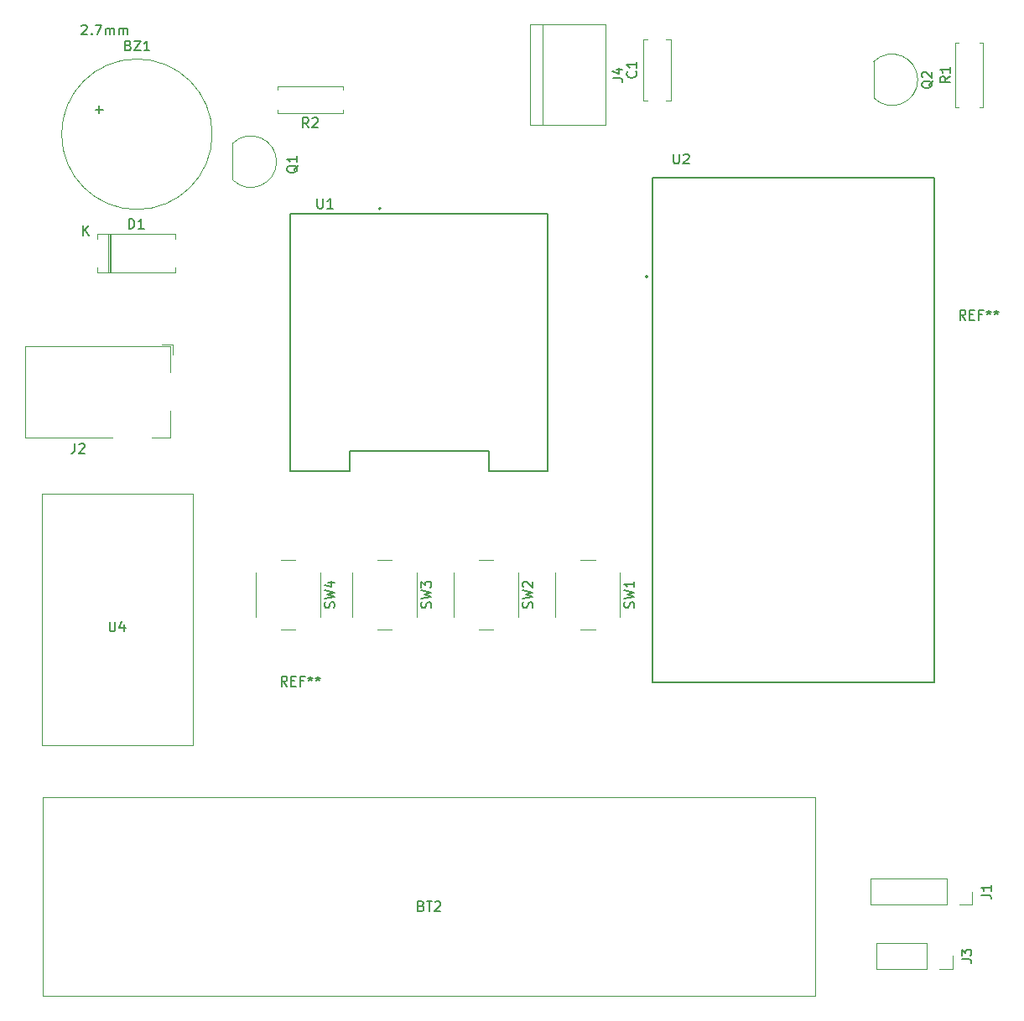
<source format=gbr>
%TF.GenerationSoftware,KiCad,Pcbnew,8.0.4*%
%TF.CreationDate,2024-09-09T12:33:27-05:00*%
%TF.ProjectId,Sistema de riego,53697374-656d-4612-9064-652072696567,rev?*%
%TF.SameCoordinates,Original*%
%TF.FileFunction,Legend,Top*%
%TF.FilePolarity,Positive*%
%FSLAX46Y46*%
G04 Gerber Fmt 4.6, Leading zero omitted, Abs format (unit mm)*
G04 Created by KiCad (PCBNEW 8.0.4) date 2024-09-09 12:33:27*
%MOMM*%
%LPD*%
G01*
G04 APERTURE LIST*
%ADD10C,0.150000*%
%ADD11C,0.120000*%
%ADD12C,0.127000*%
%ADD13C,0.200000*%
G04 APERTURE END LIST*
D10*
X41129047Y-90041009D02*
X41271904Y-90088628D01*
X41271904Y-90088628D02*
X41319523Y-90136247D01*
X41319523Y-90136247D02*
X41367142Y-90231485D01*
X41367142Y-90231485D02*
X41367142Y-90374342D01*
X41367142Y-90374342D02*
X41319523Y-90469580D01*
X41319523Y-90469580D02*
X41271904Y-90517200D01*
X41271904Y-90517200D02*
X41176666Y-90564819D01*
X41176666Y-90564819D02*
X40795714Y-90564819D01*
X40795714Y-90564819D02*
X40795714Y-89564819D01*
X40795714Y-89564819D02*
X41129047Y-89564819D01*
X41129047Y-89564819D02*
X41224285Y-89612438D01*
X41224285Y-89612438D02*
X41271904Y-89660057D01*
X41271904Y-89660057D02*
X41319523Y-89755295D01*
X41319523Y-89755295D02*
X41319523Y-89850533D01*
X41319523Y-89850533D02*
X41271904Y-89945771D01*
X41271904Y-89945771D02*
X41224285Y-89993390D01*
X41224285Y-89993390D02*
X41129047Y-90041009D01*
X41129047Y-90041009D02*
X40795714Y-90041009D01*
X41700476Y-89564819D02*
X42367142Y-89564819D01*
X42367142Y-89564819D02*
X41700476Y-90564819D01*
X41700476Y-90564819D02*
X42367142Y-90564819D01*
X43271904Y-90564819D02*
X42700476Y-90564819D01*
X42986190Y-90564819D02*
X42986190Y-89564819D01*
X42986190Y-89564819D02*
X42890952Y-89707676D01*
X42890952Y-89707676D02*
X42795714Y-89802914D01*
X42795714Y-89802914D02*
X42700476Y-89850533D01*
X37809048Y-96533866D02*
X38570953Y-96533866D01*
X38190000Y-96914819D02*
X38190000Y-96152914D01*
X61907200Y-146833332D02*
X61954819Y-146690475D01*
X61954819Y-146690475D02*
X61954819Y-146452380D01*
X61954819Y-146452380D02*
X61907200Y-146357142D01*
X61907200Y-146357142D02*
X61859580Y-146309523D01*
X61859580Y-146309523D02*
X61764342Y-146261904D01*
X61764342Y-146261904D02*
X61669104Y-146261904D01*
X61669104Y-146261904D02*
X61573866Y-146309523D01*
X61573866Y-146309523D02*
X61526247Y-146357142D01*
X61526247Y-146357142D02*
X61478628Y-146452380D01*
X61478628Y-146452380D02*
X61431009Y-146642856D01*
X61431009Y-146642856D02*
X61383390Y-146738094D01*
X61383390Y-146738094D02*
X61335771Y-146785713D01*
X61335771Y-146785713D02*
X61240533Y-146833332D01*
X61240533Y-146833332D02*
X61145295Y-146833332D01*
X61145295Y-146833332D02*
X61050057Y-146785713D01*
X61050057Y-146785713D02*
X61002438Y-146738094D01*
X61002438Y-146738094D02*
X60954819Y-146642856D01*
X60954819Y-146642856D02*
X60954819Y-146404761D01*
X60954819Y-146404761D02*
X61002438Y-146261904D01*
X60954819Y-145928570D02*
X61954819Y-145690475D01*
X61954819Y-145690475D02*
X61240533Y-145499999D01*
X61240533Y-145499999D02*
X61954819Y-145309523D01*
X61954819Y-145309523D02*
X60954819Y-145071428D01*
X61288152Y-144261904D02*
X61954819Y-144261904D01*
X60907200Y-144499999D02*
X61621485Y-144738094D01*
X61621485Y-144738094D02*
X61621485Y-144119047D01*
X70714285Y-176931009D02*
X70857142Y-176978628D01*
X70857142Y-176978628D02*
X70904761Y-177026247D01*
X70904761Y-177026247D02*
X70952380Y-177121485D01*
X70952380Y-177121485D02*
X70952380Y-177264342D01*
X70952380Y-177264342D02*
X70904761Y-177359580D01*
X70904761Y-177359580D02*
X70857142Y-177407200D01*
X70857142Y-177407200D02*
X70761904Y-177454819D01*
X70761904Y-177454819D02*
X70380952Y-177454819D01*
X70380952Y-177454819D02*
X70380952Y-176454819D01*
X70380952Y-176454819D02*
X70714285Y-176454819D01*
X70714285Y-176454819D02*
X70809523Y-176502438D01*
X70809523Y-176502438D02*
X70857142Y-176550057D01*
X70857142Y-176550057D02*
X70904761Y-176645295D01*
X70904761Y-176645295D02*
X70904761Y-176740533D01*
X70904761Y-176740533D02*
X70857142Y-176835771D01*
X70857142Y-176835771D02*
X70809523Y-176883390D01*
X70809523Y-176883390D02*
X70714285Y-176931009D01*
X70714285Y-176931009D02*
X70380952Y-176931009D01*
X71238095Y-176454819D02*
X71809523Y-176454819D01*
X71523809Y-177454819D02*
X71523809Y-176454819D01*
X72095238Y-176550057D02*
X72142857Y-176502438D01*
X72142857Y-176502438D02*
X72238095Y-176454819D01*
X72238095Y-176454819D02*
X72476190Y-176454819D01*
X72476190Y-176454819D02*
X72571428Y-176502438D01*
X72571428Y-176502438D02*
X72619047Y-176550057D01*
X72619047Y-176550057D02*
X72666666Y-176645295D01*
X72666666Y-176645295D02*
X72666666Y-176740533D01*
X72666666Y-176740533D02*
X72619047Y-176883390D01*
X72619047Y-176883390D02*
X72047619Y-177454819D01*
X72047619Y-177454819D02*
X72666666Y-177454819D01*
X58260057Y-102135238D02*
X58212438Y-102230476D01*
X58212438Y-102230476D02*
X58117200Y-102325714D01*
X58117200Y-102325714D02*
X57974342Y-102468571D01*
X57974342Y-102468571D02*
X57926723Y-102563809D01*
X57926723Y-102563809D02*
X57926723Y-102659047D01*
X58164819Y-102611428D02*
X58117200Y-102706666D01*
X58117200Y-102706666D02*
X58021961Y-102801904D01*
X58021961Y-102801904D02*
X57831485Y-102849523D01*
X57831485Y-102849523D02*
X57498152Y-102849523D01*
X57498152Y-102849523D02*
X57307676Y-102801904D01*
X57307676Y-102801904D02*
X57212438Y-102706666D01*
X57212438Y-102706666D02*
X57164819Y-102611428D01*
X57164819Y-102611428D02*
X57164819Y-102420952D01*
X57164819Y-102420952D02*
X57212438Y-102325714D01*
X57212438Y-102325714D02*
X57307676Y-102230476D01*
X57307676Y-102230476D02*
X57498152Y-102182857D01*
X57498152Y-102182857D02*
X57831485Y-102182857D01*
X57831485Y-102182857D02*
X58021961Y-102230476D01*
X58021961Y-102230476D02*
X58117200Y-102325714D01*
X58117200Y-102325714D02*
X58164819Y-102420952D01*
X58164819Y-102420952D02*
X58164819Y-102611428D01*
X58164819Y-101230476D02*
X58164819Y-101801904D01*
X58164819Y-101516190D02*
X57164819Y-101516190D01*
X57164819Y-101516190D02*
X57307676Y-101611428D01*
X57307676Y-101611428D02*
X57402914Y-101706666D01*
X57402914Y-101706666D02*
X57450533Y-101801904D01*
X90034819Y-93333333D02*
X90749104Y-93333333D01*
X90749104Y-93333333D02*
X90891961Y-93380952D01*
X90891961Y-93380952D02*
X90987200Y-93476190D01*
X90987200Y-93476190D02*
X91034819Y-93619047D01*
X91034819Y-93619047D02*
X91034819Y-93714285D01*
X90368152Y-92428571D02*
X91034819Y-92428571D01*
X89987200Y-92666666D02*
X90701485Y-92904761D01*
X90701485Y-92904761D02*
X90701485Y-92285714D01*
X127224819Y-175833333D02*
X127939104Y-175833333D01*
X127939104Y-175833333D02*
X128081961Y-175880952D01*
X128081961Y-175880952D02*
X128177200Y-175976190D01*
X128177200Y-175976190D02*
X128224819Y-176119047D01*
X128224819Y-176119047D02*
X128224819Y-176214285D01*
X128224819Y-174833333D02*
X128224819Y-175404761D01*
X128224819Y-175119047D02*
X127224819Y-175119047D01*
X127224819Y-175119047D02*
X127367676Y-175214285D01*
X127367676Y-175214285D02*
X127462914Y-175309523D01*
X127462914Y-175309523D02*
X127510533Y-175404761D01*
X35716666Y-130247319D02*
X35716666Y-130961604D01*
X35716666Y-130961604D02*
X35669047Y-131104461D01*
X35669047Y-131104461D02*
X35573809Y-131199700D01*
X35573809Y-131199700D02*
X35430952Y-131247319D01*
X35430952Y-131247319D02*
X35335714Y-131247319D01*
X36145238Y-130342557D02*
X36192857Y-130294938D01*
X36192857Y-130294938D02*
X36288095Y-130247319D01*
X36288095Y-130247319D02*
X36526190Y-130247319D01*
X36526190Y-130247319D02*
X36621428Y-130294938D01*
X36621428Y-130294938D02*
X36669047Y-130342557D01*
X36669047Y-130342557D02*
X36716666Y-130437795D01*
X36716666Y-130437795D02*
X36716666Y-130533033D01*
X36716666Y-130533033D02*
X36669047Y-130675890D01*
X36669047Y-130675890D02*
X36097619Y-131247319D01*
X36097619Y-131247319D02*
X36716666Y-131247319D01*
X124084819Y-93166666D02*
X123608628Y-93499999D01*
X124084819Y-93738094D02*
X123084819Y-93738094D01*
X123084819Y-93738094D02*
X123084819Y-93357142D01*
X123084819Y-93357142D02*
X123132438Y-93261904D01*
X123132438Y-93261904D02*
X123180057Y-93214285D01*
X123180057Y-93214285D02*
X123275295Y-93166666D01*
X123275295Y-93166666D02*
X123418152Y-93166666D01*
X123418152Y-93166666D02*
X123513390Y-93214285D01*
X123513390Y-93214285D02*
X123561009Y-93261904D01*
X123561009Y-93261904D02*
X123608628Y-93357142D01*
X123608628Y-93357142D02*
X123608628Y-93738094D01*
X124084819Y-92214285D02*
X124084819Y-92785713D01*
X124084819Y-92499999D02*
X123084819Y-92499999D01*
X123084819Y-92499999D02*
X123227676Y-92595237D01*
X123227676Y-92595237D02*
X123322914Y-92690475D01*
X123322914Y-92690475D02*
X123370533Y-92785713D01*
X39238095Y-148224819D02*
X39238095Y-149034342D01*
X39238095Y-149034342D02*
X39285714Y-149129580D01*
X39285714Y-149129580D02*
X39333333Y-149177200D01*
X39333333Y-149177200D02*
X39428571Y-149224819D01*
X39428571Y-149224819D02*
X39619047Y-149224819D01*
X39619047Y-149224819D02*
X39714285Y-149177200D01*
X39714285Y-149177200D02*
X39761904Y-149129580D01*
X39761904Y-149129580D02*
X39809523Y-149034342D01*
X39809523Y-149034342D02*
X39809523Y-148224819D01*
X40714285Y-148558152D02*
X40714285Y-149224819D01*
X40476190Y-148177200D02*
X40238095Y-148891485D01*
X40238095Y-148891485D02*
X40857142Y-148891485D01*
X125666666Y-117754819D02*
X125333333Y-117278628D01*
X125095238Y-117754819D02*
X125095238Y-116754819D01*
X125095238Y-116754819D02*
X125476190Y-116754819D01*
X125476190Y-116754819D02*
X125571428Y-116802438D01*
X125571428Y-116802438D02*
X125619047Y-116850057D01*
X125619047Y-116850057D02*
X125666666Y-116945295D01*
X125666666Y-116945295D02*
X125666666Y-117088152D01*
X125666666Y-117088152D02*
X125619047Y-117183390D01*
X125619047Y-117183390D02*
X125571428Y-117231009D01*
X125571428Y-117231009D02*
X125476190Y-117278628D01*
X125476190Y-117278628D02*
X125095238Y-117278628D01*
X126095238Y-117231009D02*
X126428571Y-117231009D01*
X126571428Y-117754819D02*
X126095238Y-117754819D01*
X126095238Y-117754819D02*
X126095238Y-116754819D01*
X126095238Y-116754819D02*
X126571428Y-116754819D01*
X127333333Y-117231009D02*
X127000000Y-117231009D01*
X127000000Y-117754819D02*
X127000000Y-116754819D01*
X127000000Y-116754819D02*
X127476190Y-116754819D01*
X128000000Y-116754819D02*
X128000000Y-116992914D01*
X127761905Y-116897676D02*
X128000000Y-116992914D01*
X128000000Y-116992914D02*
X128238095Y-116897676D01*
X127857143Y-117183390D02*
X128000000Y-116992914D01*
X128000000Y-116992914D02*
X128142857Y-117183390D01*
X128761905Y-116754819D02*
X128761905Y-116992914D01*
X128523810Y-116897676D02*
X128761905Y-116992914D01*
X128761905Y-116992914D02*
X129000000Y-116897676D01*
X128619048Y-117183390D02*
X128761905Y-116992914D01*
X128761905Y-116992914D02*
X128904762Y-117183390D01*
X122340057Y-93595238D02*
X122292438Y-93690476D01*
X122292438Y-93690476D02*
X122197200Y-93785714D01*
X122197200Y-93785714D02*
X122054342Y-93928571D01*
X122054342Y-93928571D02*
X122006723Y-94023809D01*
X122006723Y-94023809D02*
X122006723Y-94119047D01*
X122244819Y-94071428D02*
X122197200Y-94166666D01*
X122197200Y-94166666D02*
X122101961Y-94261904D01*
X122101961Y-94261904D02*
X121911485Y-94309523D01*
X121911485Y-94309523D02*
X121578152Y-94309523D01*
X121578152Y-94309523D02*
X121387676Y-94261904D01*
X121387676Y-94261904D02*
X121292438Y-94166666D01*
X121292438Y-94166666D02*
X121244819Y-94071428D01*
X121244819Y-94071428D02*
X121244819Y-93880952D01*
X121244819Y-93880952D02*
X121292438Y-93785714D01*
X121292438Y-93785714D02*
X121387676Y-93690476D01*
X121387676Y-93690476D02*
X121578152Y-93642857D01*
X121578152Y-93642857D02*
X121911485Y-93642857D01*
X121911485Y-93642857D02*
X122101961Y-93690476D01*
X122101961Y-93690476D02*
X122197200Y-93785714D01*
X122197200Y-93785714D02*
X122244819Y-93880952D01*
X122244819Y-93880952D02*
X122244819Y-94071428D01*
X121340057Y-93261904D02*
X121292438Y-93214285D01*
X121292438Y-93214285D02*
X121244819Y-93119047D01*
X121244819Y-93119047D02*
X121244819Y-92880952D01*
X121244819Y-92880952D02*
X121292438Y-92785714D01*
X121292438Y-92785714D02*
X121340057Y-92738095D01*
X121340057Y-92738095D02*
X121435295Y-92690476D01*
X121435295Y-92690476D02*
X121530533Y-92690476D01*
X121530533Y-92690476D02*
X121673390Y-92738095D01*
X121673390Y-92738095D02*
X122244819Y-93309523D01*
X122244819Y-93309523D02*
X122244819Y-92690476D01*
X96183095Y-100989819D02*
X96183095Y-101799342D01*
X96183095Y-101799342D02*
X96230714Y-101894580D01*
X96230714Y-101894580D02*
X96278333Y-101942200D01*
X96278333Y-101942200D02*
X96373571Y-101989819D01*
X96373571Y-101989819D02*
X96564047Y-101989819D01*
X96564047Y-101989819D02*
X96659285Y-101942200D01*
X96659285Y-101942200D02*
X96706904Y-101894580D01*
X96706904Y-101894580D02*
X96754523Y-101799342D01*
X96754523Y-101799342D02*
X96754523Y-100989819D01*
X97183095Y-101085057D02*
X97230714Y-101037438D01*
X97230714Y-101037438D02*
X97325952Y-100989819D01*
X97325952Y-100989819D02*
X97564047Y-100989819D01*
X97564047Y-100989819D02*
X97659285Y-101037438D01*
X97659285Y-101037438D02*
X97706904Y-101085057D01*
X97706904Y-101085057D02*
X97754523Y-101180295D01*
X97754523Y-101180295D02*
X97754523Y-101275533D01*
X97754523Y-101275533D02*
X97706904Y-101418390D01*
X97706904Y-101418390D02*
X97135476Y-101989819D01*
X97135476Y-101989819D02*
X97754523Y-101989819D01*
X36416667Y-88050057D02*
X36464286Y-88002438D01*
X36464286Y-88002438D02*
X36559524Y-87954819D01*
X36559524Y-87954819D02*
X36797619Y-87954819D01*
X36797619Y-87954819D02*
X36892857Y-88002438D01*
X36892857Y-88002438D02*
X36940476Y-88050057D01*
X36940476Y-88050057D02*
X36988095Y-88145295D01*
X36988095Y-88145295D02*
X36988095Y-88240533D01*
X36988095Y-88240533D02*
X36940476Y-88383390D01*
X36940476Y-88383390D02*
X36369048Y-88954819D01*
X36369048Y-88954819D02*
X36988095Y-88954819D01*
X37416667Y-88859580D02*
X37464286Y-88907200D01*
X37464286Y-88907200D02*
X37416667Y-88954819D01*
X37416667Y-88954819D02*
X37369048Y-88907200D01*
X37369048Y-88907200D02*
X37416667Y-88859580D01*
X37416667Y-88859580D02*
X37416667Y-88954819D01*
X37797619Y-87954819D02*
X38464285Y-87954819D01*
X38464285Y-87954819D02*
X38035714Y-88954819D01*
X38845238Y-88954819D02*
X38845238Y-88288152D01*
X38845238Y-88383390D02*
X38892857Y-88335771D01*
X38892857Y-88335771D02*
X38988095Y-88288152D01*
X38988095Y-88288152D02*
X39130952Y-88288152D01*
X39130952Y-88288152D02*
X39226190Y-88335771D01*
X39226190Y-88335771D02*
X39273809Y-88431009D01*
X39273809Y-88431009D02*
X39273809Y-88954819D01*
X39273809Y-88431009D02*
X39321428Y-88335771D01*
X39321428Y-88335771D02*
X39416666Y-88288152D01*
X39416666Y-88288152D02*
X39559523Y-88288152D01*
X39559523Y-88288152D02*
X39654762Y-88335771D01*
X39654762Y-88335771D02*
X39702381Y-88431009D01*
X39702381Y-88431009D02*
X39702381Y-88954819D01*
X40178571Y-88954819D02*
X40178571Y-88288152D01*
X40178571Y-88383390D02*
X40226190Y-88335771D01*
X40226190Y-88335771D02*
X40321428Y-88288152D01*
X40321428Y-88288152D02*
X40464285Y-88288152D01*
X40464285Y-88288152D02*
X40559523Y-88335771D01*
X40559523Y-88335771D02*
X40607142Y-88431009D01*
X40607142Y-88431009D02*
X40607142Y-88954819D01*
X40607142Y-88431009D02*
X40654761Y-88335771D01*
X40654761Y-88335771D02*
X40749999Y-88288152D01*
X40749999Y-88288152D02*
X40892856Y-88288152D01*
X40892856Y-88288152D02*
X40988095Y-88335771D01*
X40988095Y-88335771D02*
X41035714Y-88431009D01*
X41035714Y-88431009D02*
X41035714Y-88954819D01*
X60213095Y-105484819D02*
X60213095Y-106294342D01*
X60213095Y-106294342D02*
X60260714Y-106389580D01*
X60260714Y-106389580D02*
X60308333Y-106437200D01*
X60308333Y-106437200D02*
X60403571Y-106484819D01*
X60403571Y-106484819D02*
X60594047Y-106484819D01*
X60594047Y-106484819D02*
X60689285Y-106437200D01*
X60689285Y-106437200D02*
X60736904Y-106389580D01*
X60736904Y-106389580D02*
X60784523Y-106294342D01*
X60784523Y-106294342D02*
X60784523Y-105484819D01*
X61784523Y-106484819D02*
X61213095Y-106484819D01*
X61498809Y-106484819D02*
X61498809Y-105484819D01*
X61498809Y-105484819D02*
X61403571Y-105627676D01*
X61403571Y-105627676D02*
X61308333Y-105722914D01*
X61308333Y-105722914D02*
X61213095Y-105770533D01*
X125264819Y-182333333D02*
X125979104Y-182333333D01*
X125979104Y-182333333D02*
X126121961Y-182380952D01*
X126121961Y-182380952D02*
X126217200Y-182476190D01*
X126217200Y-182476190D02*
X126264819Y-182619047D01*
X126264819Y-182619047D02*
X126264819Y-182714285D01*
X125264819Y-181952380D02*
X125264819Y-181333333D01*
X125264819Y-181333333D02*
X125645771Y-181666666D01*
X125645771Y-181666666D02*
X125645771Y-181523809D01*
X125645771Y-181523809D02*
X125693390Y-181428571D01*
X125693390Y-181428571D02*
X125741009Y-181380952D01*
X125741009Y-181380952D02*
X125836247Y-181333333D01*
X125836247Y-181333333D02*
X126074342Y-181333333D01*
X126074342Y-181333333D02*
X126169580Y-181380952D01*
X126169580Y-181380952D02*
X126217200Y-181428571D01*
X126217200Y-181428571D02*
X126264819Y-181523809D01*
X126264819Y-181523809D02*
X126264819Y-181809523D01*
X126264819Y-181809523D02*
X126217200Y-181904761D01*
X126217200Y-181904761D02*
X126169580Y-181952380D01*
X92359580Y-92666666D02*
X92407200Y-92714285D01*
X92407200Y-92714285D02*
X92454819Y-92857142D01*
X92454819Y-92857142D02*
X92454819Y-92952380D01*
X92454819Y-92952380D02*
X92407200Y-93095237D01*
X92407200Y-93095237D02*
X92311961Y-93190475D01*
X92311961Y-93190475D02*
X92216723Y-93238094D01*
X92216723Y-93238094D02*
X92026247Y-93285713D01*
X92026247Y-93285713D02*
X91883390Y-93285713D01*
X91883390Y-93285713D02*
X91692914Y-93238094D01*
X91692914Y-93238094D02*
X91597676Y-93190475D01*
X91597676Y-93190475D02*
X91502438Y-93095237D01*
X91502438Y-93095237D02*
X91454819Y-92952380D01*
X91454819Y-92952380D02*
X91454819Y-92857142D01*
X91454819Y-92857142D02*
X91502438Y-92714285D01*
X91502438Y-92714285D02*
X91550057Y-92666666D01*
X92454819Y-91714285D02*
X92454819Y-92285713D01*
X92454819Y-91999999D02*
X91454819Y-91999999D01*
X91454819Y-91999999D02*
X91597676Y-92095237D01*
X91597676Y-92095237D02*
X91692914Y-92190475D01*
X91692914Y-92190475D02*
X91740533Y-92285713D01*
X92157200Y-146833332D02*
X92204819Y-146690475D01*
X92204819Y-146690475D02*
X92204819Y-146452380D01*
X92204819Y-146452380D02*
X92157200Y-146357142D01*
X92157200Y-146357142D02*
X92109580Y-146309523D01*
X92109580Y-146309523D02*
X92014342Y-146261904D01*
X92014342Y-146261904D02*
X91919104Y-146261904D01*
X91919104Y-146261904D02*
X91823866Y-146309523D01*
X91823866Y-146309523D02*
X91776247Y-146357142D01*
X91776247Y-146357142D02*
X91728628Y-146452380D01*
X91728628Y-146452380D02*
X91681009Y-146642856D01*
X91681009Y-146642856D02*
X91633390Y-146738094D01*
X91633390Y-146738094D02*
X91585771Y-146785713D01*
X91585771Y-146785713D02*
X91490533Y-146833332D01*
X91490533Y-146833332D02*
X91395295Y-146833332D01*
X91395295Y-146833332D02*
X91300057Y-146785713D01*
X91300057Y-146785713D02*
X91252438Y-146738094D01*
X91252438Y-146738094D02*
X91204819Y-146642856D01*
X91204819Y-146642856D02*
X91204819Y-146404761D01*
X91204819Y-146404761D02*
X91252438Y-146261904D01*
X91204819Y-145928570D02*
X92204819Y-145690475D01*
X92204819Y-145690475D02*
X91490533Y-145499999D01*
X91490533Y-145499999D02*
X92204819Y-145309523D01*
X92204819Y-145309523D02*
X91204819Y-145071428D01*
X92204819Y-144166666D02*
X92204819Y-144738094D01*
X92204819Y-144452380D02*
X91204819Y-144452380D01*
X91204819Y-144452380D02*
X91347676Y-144547618D01*
X91347676Y-144547618D02*
X91442914Y-144642856D01*
X91442914Y-144642856D02*
X91490533Y-144738094D01*
X41181905Y-108534819D02*
X41181905Y-107534819D01*
X41181905Y-107534819D02*
X41420000Y-107534819D01*
X41420000Y-107534819D02*
X41562857Y-107582438D01*
X41562857Y-107582438D02*
X41658095Y-107677676D01*
X41658095Y-107677676D02*
X41705714Y-107772914D01*
X41705714Y-107772914D02*
X41753333Y-107963390D01*
X41753333Y-107963390D02*
X41753333Y-108106247D01*
X41753333Y-108106247D02*
X41705714Y-108296723D01*
X41705714Y-108296723D02*
X41658095Y-108391961D01*
X41658095Y-108391961D02*
X41562857Y-108487200D01*
X41562857Y-108487200D02*
X41420000Y-108534819D01*
X41420000Y-108534819D02*
X41181905Y-108534819D01*
X42705714Y-108534819D02*
X42134286Y-108534819D01*
X42420000Y-108534819D02*
X42420000Y-107534819D01*
X42420000Y-107534819D02*
X42324762Y-107677676D01*
X42324762Y-107677676D02*
X42229524Y-107772914D01*
X42229524Y-107772914D02*
X42134286Y-107820533D01*
X36578095Y-109254819D02*
X36578095Y-108254819D01*
X37149523Y-109254819D02*
X36720952Y-108683390D01*
X37149523Y-108254819D02*
X36578095Y-108826247D01*
X71657200Y-146833332D02*
X71704819Y-146690475D01*
X71704819Y-146690475D02*
X71704819Y-146452380D01*
X71704819Y-146452380D02*
X71657200Y-146357142D01*
X71657200Y-146357142D02*
X71609580Y-146309523D01*
X71609580Y-146309523D02*
X71514342Y-146261904D01*
X71514342Y-146261904D02*
X71419104Y-146261904D01*
X71419104Y-146261904D02*
X71323866Y-146309523D01*
X71323866Y-146309523D02*
X71276247Y-146357142D01*
X71276247Y-146357142D02*
X71228628Y-146452380D01*
X71228628Y-146452380D02*
X71181009Y-146642856D01*
X71181009Y-146642856D02*
X71133390Y-146738094D01*
X71133390Y-146738094D02*
X71085771Y-146785713D01*
X71085771Y-146785713D02*
X70990533Y-146833332D01*
X70990533Y-146833332D02*
X70895295Y-146833332D01*
X70895295Y-146833332D02*
X70800057Y-146785713D01*
X70800057Y-146785713D02*
X70752438Y-146738094D01*
X70752438Y-146738094D02*
X70704819Y-146642856D01*
X70704819Y-146642856D02*
X70704819Y-146404761D01*
X70704819Y-146404761D02*
X70752438Y-146261904D01*
X70704819Y-145928570D02*
X71704819Y-145690475D01*
X71704819Y-145690475D02*
X70990533Y-145499999D01*
X70990533Y-145499999D02*
X71704819Y-145309523D01*
X71704819Y-145309523D02*
X70704819Y-145071428D01*
X70704819Y-144785713D02*
X70704819Y-144166666D01*
X70704819Y-144166666D02*
X71085771Y-144499999D01*
X71085771Y-144499999D02*
X71085771Y-144357142D01*
X71085771Y-144357142D02*
X71133390Y-144261904D01*
X71133390Y-144261904D02*
X71181009Y-144214285D01*
X71181009Y-144214285D02*
X71276247Y-144166666D01*
X71276247Y-144166666D02*
X71514342Y-144166666D01*
X71514342Y-144166666D02*
X71609580Y-144214285D01*
X71609580Y-144214285D02*
X71657200Y-144261904D01*
X71657200Y-144261904D02*
X71704819Y-144357142D01*
X71704819Y-144357142D02*
X71704819Y-144642856D01*
X71704819Y-144642856D02*
X71657200Y-144738094D01*
X71657200Y-144738094D02*
X71609580Y-144785713D01*
X59333333Y-98324819D02*
X59000000Y-97848628D01*
X58761905Y-98324819D02*
X58761905Y-97324819D01*
X58761905Y-97324819D02*
X59142857Y-97324819D01*
X59142857Y-97324819D02*
X59238095Y-97372438D01*
X59238095Y-97372438D02*
X59285714Y-97420057D01*
X59285714Y-97420057D02*
X59333333Y-97515295D01*
X59333333Y-97515295D02*
X59333333Y-97658152D01*
X59333333Y-97658152D02*
X59285714Y-97753390D01*
X59285714Y-97753390D02*
X59238095Y-97801009D01*
X59238095Y-97801009D02*
X59142857Y-97848628D01*
X59142857Y-97848628D02*
X58761905Y-97848628D01*
X59714286Y-97420057D02*
X59761905Y-97372438D01*
X59761905Y-97372438D02*
X59857143Y-97324819D01*
X59857143Y-97324819D02*
X60095238Y-97324819D01*
X60095238Y-97324819D02*
X60190476Y-97372438D01*
X60190476Y-97372438D02*
X60238095Y-97420057D01*
X60238095Y-97420057D02*
X60285714Y-97515295D01*
X60285714Y-97515295D02*
X60285714Y-97610533D01*
X60285714Y-97610533D02*
X60238095Y-97753390D01*
X60238095Y-97753390D02*
X59666667Y-98324819D01*
X59666667Y-98324819D02*
X60285714Y-98324819D01*
X81907200Y-146833332D02*
X81954819Y-146690475D01*
X81954819Y-146690475D02*
X81954819Y-146452380D01*
X81954819Y-146452380D02*
X81907200Y-146357142D01*
X81907200Y-146357142D02*
X81859580Y-146309523D01*
X81859580Y-146309523D02*
X81764342Y-146261904D01*
X81764342Y-146261904D02*
X81669104Y-146261904D01*
X81669104Y-146261904D02*
X81573866Y-146309523D01*
X81573866Y-146309523D02*
X81526247Y-146357142D01*
X81526247Y-146357142D02*
X81478628Y-146452380D01*
X81478628Y-146452380D02*
X81431009Y-146642856D01*
X81431009Y-146642856D02*
X81383390Y-146738094D01*
X81383390Y-146738094D02*
X81335771Y-146785713D01*
X81335771Y-146785713D02*
X81240533Y-146833332D01*
X81240533Y-146833332D02*
X81145295Y-146833332D01*
X81145295Y-146833332D02*
X81050057Y-146785713D01*
X81050057Y-146785713D02*
X81002438Y-146738094D01*
X81002438Y-146738094D02*
X80954819Y-146642856D01*
X80954819Y-146642856D02*
X80954819Y-146404761D01*
X80954819Y-146404761D02*
X81002438Y-146261904D01*
X80954819Y-145928570D02*
X81954819Y-145690475D01*
X81954819Y-145690475D02*
X81240533Y-145499999D01*
X81240533Y-145499999D02*
X81954819Y-145309523D01*
X81954819Y-145309523D02*
X80954819Y-145071428D01*
X81050057Y-144738094D02*
X81002438Y-144690475D01*
X81002438Y-144690475D02*
X80954819Y-144595237D01*
X80954819Y-144595237D02*
X80954819Y-144357142D01*
X80954819Y-144357142D02*
X81002438Y-144261904D01*
X81002438Y-144261904D02*
X81050057Y-144214285D01*
X81050057Y-144214285D02*
X81145295Y-144166666D01*
X81145295Y-144166666D02*
X81240533Y-144166666D01*
X81240533Y-144166666D02*
X81383390Y-144214285D01*
X81383390Y-144214285D02*
X81954819Y-144785713D01*
X81954819Y-144785713D02*
X81954819Y-144166666D01*
X57166666Y-154754819D02*
X56833333Y-154278628D01*
X56595238Y-154754819D02*
X56595238Y-153754819D01*
X56595238Y-153754819D02*
X56976190Y-153754819D01*
X56976190Y-153754819D02*
X57071428Y-153802438D01*
X57071428Y-153802438D02*
X57119047Y-153850057D01*
X57119047Y-153850057D02*
X57166666Y-153945295D01*
X57166666Y-153945295D02*
X57166666Y-154088152D01*
X57166666Y-154088152D02*
X57119047Y-154183390D01*
X57119047Y-154183390D02*
X57071428Y-154231009D01*
X57071428Y-154231009D02*
X56976190Y-154278628D01*
X56976190Y-154278628D02*
X56595238Y-154278628D01*
X57595238Y-154231009D02*
X57928571Y-154231009D01*
X58071428Y-154754819D02*
X57595238Y-154754819D01*
X57595238Y-154754819D02*
X57595238Y-153754819D01*
X57595238Y-153754819D02*
X58071428Y-153754819D01*
X58833333Y-154231009D02*
X58500000Y-154231009D01*
X58500000Y-154754819D02*
X58500000Y-153754819D01*
X58500000Y-153754819D02*
X58976190Y-153754819D01*
X59500000Y-153754819D02*
X59500000Y-153992914D01*
X59261905Y-153897676D02*
X59500000Y-153992914D01*
X59500000Y-153992914D02*
X59738095Y-153897676D01*
X59357143Y-154183390D02*
X59500000Y-153992914D01*
X59500000Y-153992914D02*
X59642857Y-154183390D01*
X60261905Y-153754819D02*
X60261905Y-153992914D01*
X60023810Y-153897676D02*
X60261905Y-153992914D01*
X60261905Y-153992914D02*
X60500000Y-153897676D01*
X60119048Y-154183390D02*
X60261905Y-153992914D01*
X60261905Y-153992914D02*
X60404762Y-154183390D01*
D11*
%TO.C,BZ1*%
X49600000Y-99000000D02*
G75*
G02*
X34400000Y-99000000I-7600000J0D01*
G01*
X34400000Y-99000000D02*
G75*
G02*
X49600000Y-99000000I7600000J0D01*
G01*
%TO.C,SW4*%
X54000000Y-143250000D02*
X54000000Y-147750000D01*
X56500000Y-149000000D02*
X58000000Y-149000000D01*
X58000000Y-142000000D02*
X56500000Y-142000000D01*
X60500000Y-147750000D02*
X60500000Y-143250000D01*
%TO.C,BT2*%
X32500000Y-165950000D02*
X110500000Y-165950000D01*
X32500000Y-186050000D02*
X32500000Y-165950000D01*
X110500000Y-165950000D02*
X110500000Y-186050000D01*
X110500000Y-186050000D02*
X32500000Y-186050000D01*
%TO.C,Q1*%
X51650000Y-99970000D02*
X51650000Y-103570000D01*
X51661522Y-99931522D02*
G75*
G02*
X56100001Y-101770000I1838478J-1838478D01*
G01*
X56100000Y-101770000D02*
G75*
G02*
X51661522Y-103608478I-2600000J0D01*
G01*
%TO.C,J4*%
X81690000Y-87920000D02*
X81690000Y-98080000D01*
X81690000Y-98080000D02*
X89310000Y-98080000D01*
X82960000Y-98080000D02*
X82960000Y-87920000D01*
X89310000Y-87920000D02*
X81690000Y-87920000D01*
X89310000Y-98080000D02*
X89310000Y-87920000D01*
%TO.C,J1*%
X116050000Y-174170000D02*
X116050000Y-176830000D01*
X123730000Y-174170000D02*
X116050000Y-174170000D01*
X123730000Y-174170000D02*
X123730000Y-176830000D01*
X123730000Y-176830000D02*
X116050000Y-176830000D01*
X126330000Y-175500000D02*
X126330000Y-176830000D01*
X126330000Y-176830000D02*
X125000000Y-176830000D01*
%TO.C,J2*%
X30700000Y-120442500D02*
X45400000Y-120442500D01*
X30700000Y-129642500D02*
X30700000Y-120442500D01*
X39500000Y-129642500D02*
X30700000Y-129642500D01*
X44550000Y-120242500D02*
X45600000Y-120242500D01*
X45400000Y-120442500D02*
X45400000Y-123042500D01*
X45400000Y-126942500D02*
X45400000Y-129642500D01*
X45400000Y-129642500D02*
X43500000Y-129642500D01*
X45600000Y-121292500D02*
X45600000Y-120242500D01*
%TO.C,R1*%
X124630000Y-89730000D02*
X124960000Y-89730000D01*
X124630000Y-96270000D02*
X124630000Y-89730000D01*
X124960000Y-96270000D02*
X124630000Y-96270000D01*
X127040000Y-96270000D02*
X127370000Y-96270000D01*
X127370000Y-89730000D02*
X127040000Y-89730000D01*
X127370000Y-96270000D02*
X127370000Y-89730000D01*
%TO.C,U4*%
X32380000Y-135300000D02*
X47620000Y-135300000D01*
X47620000Y-160700000D01*
X32380000Y-160700000D01*
X32380000Y-135300000D01*
%TO.C,Q2*%
X116380000Y-91700000D02*
X116380000Y-95300000D01*
X116391522Y-91661522D02*
G75*
G02*
X120830001Y-93500000I1838478J-1838478D01*
G01*
X120830000Y-93500000D02*
G75*
G02*
X116391522Y-95338478I-2600000J0D01*
G01*
D12*
%TO.C,U2*%
X94020000Y-103420000D02*
X105089000Y-103420000D01*
X94020000Y-103420000D02*
X122530000Y-103420000D01*
X94020000Y-154370000D02*
X94020000Y-103420000D01*
X94020000Y-154370000D02*
X94020000Y-103420000D01*
X94020000Y-154370000D02*
X99390000Y-154370000D01*
X99390000Y-154370000D02*
X117080000Y-154370000D01*
X105089000Y-103420000D02*
X111800000Y-103420000D01*
X111800000Y-103420000D02*
X122530000Y-103420000D01*
X117080000Y-154370000D02*
X122530000Y-154370000D01*
X122530000Y-103420000D02*
X122530000Y-154370000D01*
X122530000Y-103420000D02*
X122530000Y-154370000D01*
X122530000Y-154370000D02*
X94020000Y-154370000D01*
D13*
X93550000Y-113380000D02*
G75*
G02*
X93350000Y-113380000I-100000J0D01*
G01*
X93350000Y-113380000D02*
G75*
G02*
X93550000Y-113380000I100000J0D01*
G01*
D12*
%TO.C,U1*%
X57500000Y-107000000D02*
X83500000Y-107000000D01*
X57500000Y-133000000D02*
X57500000Y-107000000D01*
X63500000Y-131000000D02*
X63500000Y-133000000D01*
X63500000Y-133000000D02*
X57500000Y-133000000D01*
X77500000Y-131000000D02*
X63500000Y-131000000D01*
X77500000Y-133000000D02*
X77500000Y-131000000D01*
X83500000Y-107000000D02*
X83500000Y-133000000D01*
X83500000Y-133000000D02*
X77500000Y-133000000D01*
D13*
X66600000Y-106500000D02*
G75*
G02*
X66400000Y-106500000I-100000J0D01*
G01*
X66400000Y-106500000D02*
G75*
G02*
X66600000Y-106500000I100000J0D01*
G01*
D11*
%TO.C,J3*%
X116630000Y-180670000D02*
X116630000Y-183330000D01*
X121770000Y-180670000D02*
X116630000Y-180670000D01*
X121770000Y-180670000D02*
X121770000Y-183330000D01*
X121770000Y-183330000D02*
X116630000Y-183330000D01*
X124370000Y-182000000D02*
X124370000Y-183330000D01*
X124370000Y-183330000D02*
X123040000Y-183330000D01*
%TO.C,C1*%
X93130000Y-89380000D02*
X93575000Y-89380000D01*
X93130000Y-95620000D02*
X93130000Y-89380000D01*
X93130000Y-95620000D02*
X93575000Y-95620000D01*
X95425000Y-89380000D02*
X95870000Y-89380000D01*
X95425000Y-95620000D02*
X95870000Y-95620000D01*
X95870000Y-95620000D02*
X95870000Y-89380000D01*
%TO.C,SW1*%
X84250000Y-143250000D02*
X84250000Y-147750000D01*
X86750000Y-149000000D02*
X88250000Y-149000000D01*
X88250000Y-142000000D02*
X86750000Y-142000000D01*
X90750000Y-147750000D02*
X90750000Y-143250000D01*
%TO.C,D1*%
X38000000Y-109080000D02*
X45840000Y-109080000D01*
X38000000Y-109560000D02*
X38000000Y-109080000D01*
X38000000Y-112440000D02*
X38000000Y-112920000D01*
X38000000Y-112920000D02*
X45840000Y-112920000D01*
X39140000Y-109080000D02*
X39140000Y-112920000D01*
X39260000Y-109080000D02*
X39260000Y-112920000D01*
X39380000Y-109080000D02*
X39380000Y-112920000D01*
X45840000Y-109080000D02*
X45840000Y-109560000D01*
X45840000Y-112920000D02*
X45840000Y-112440000D01*
%TO.C,SW3*%
X63750000Y-143250000D02*
X63750000Y-147750000D01*
X66250000Y-149000000D02*
X67750000Y-149000000D01*
X67750000Y-142000000D02*
X66250000Y-142000000D01*
X70250000Y-147750000D02*
X70250000Y-143250000D01*
%TO.C,R2*%
X56230000Y-94130000D02*
X56230000Y-94460000D01*
X56230000Y-96870000D02*
X56230000Y-96540000D01*
X62770000Y-94130000D02*
X56230000Y-94130000D01*
X62770000Y-94460000D02*
X62770000Y-94130000D01*
X62770000Y-96540000D02*
X62770000Y-96870000D01*
X62770000Y-96870000D02*
X56230000Y-96870000D01*
%TO.C,SW2*%
X74000000Y-143250000D02*
X74000000Y-147750000D01*
X76500000Y-149000000D02*
X78000000Y-149000000D01*
X78000000Y-142000000D02*
X76500000Y-142000000D01*
X80500000Y-147750000D02*
X80500000Y-143250000D01*
%TD*%
M02*

</source>
